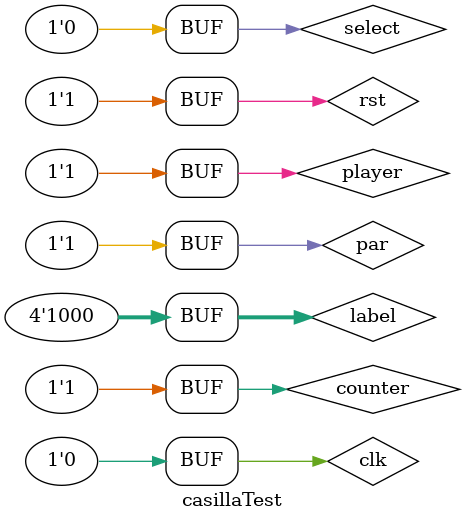
<source format=sv>
module casillaTest();
logic clk;
logic[3:0] label;
logic rst;
logic player;
logic select;
logic par;
logic [3:0] new_state;
logic counter;

casilla c1(.clk_Temp(clk),.counter(counter), .label(label), .rst(rst), .player(player), .select(select), .par(par), .new_state(new_state));


initial begin
	

	clk=0;
	par=0;
	
	label=1000;
	player=1;
	select=0;
	counter=1;
	rst=1;
	#5;clk=1;#5;clk=0;
	
	
	select=0;
	#5;
	clk=1;#5;clk=0;#5;
	clk=1;#5;clk=0;#5;
	clk=1;#5;clk=0;#5;
	clk=1;#5;clk=0;#5;
	clk=1;#5;clk=0;#5;
	clk=1;#5;clk=0;#5;
	select=1;
	clk=1;#5;clk=0;#5;
	clk=1;#5;clk=0;#5;
	clk=1;#5;clk=0;#5;
	clk=1;#5;clk=0;#5;
	clk=1;#5;clk=0;#5;
	clk=1;#5;clk=0;#5;
	select=0;
	#5;
	clk=1;#5;clk=0;#5;
	clk=1;#5;clk=0;#5;
	clk=1;#5;clk=0;#5;
	clk=1;#5;clk=0;#5;
	clk=1;#5;clk=0;#5;
	clk=1;#5;clk=0;#5;
	select=1;
	clk=1;#5;clk=0;#5;
	clk=1;#5;clk=0;#5;
	clk=1;#5;clk=0;#5;
	clk=1;#5;clk=0;#5;
	clk=1;#5;clk=0;#5;
	clk=1;#5;clk=0;#5;
	par=1;
	
	#5;
	clk=1;#5;clk=0;#5;
	clk=1;#5;clk=0;#5;
	clk=1;#5;clk=0;#5;
	clk=1;#5;clk=0;#5;
	clk=1;#5;clk=0;#5;
	clk=1;#5;clk=0;#5;
	select=0;
	clk=1;#5;clk=0;#5;
	clk=1;#5;clk=0;#5;
	clk=1;#5;clk=0;#5;
	clk=1;#5;clk=0;#5;
	clk=1;#5;clk=0;#5;
	clk=1;#5;clk=0;#5;
	
end

endmodule
</source>
